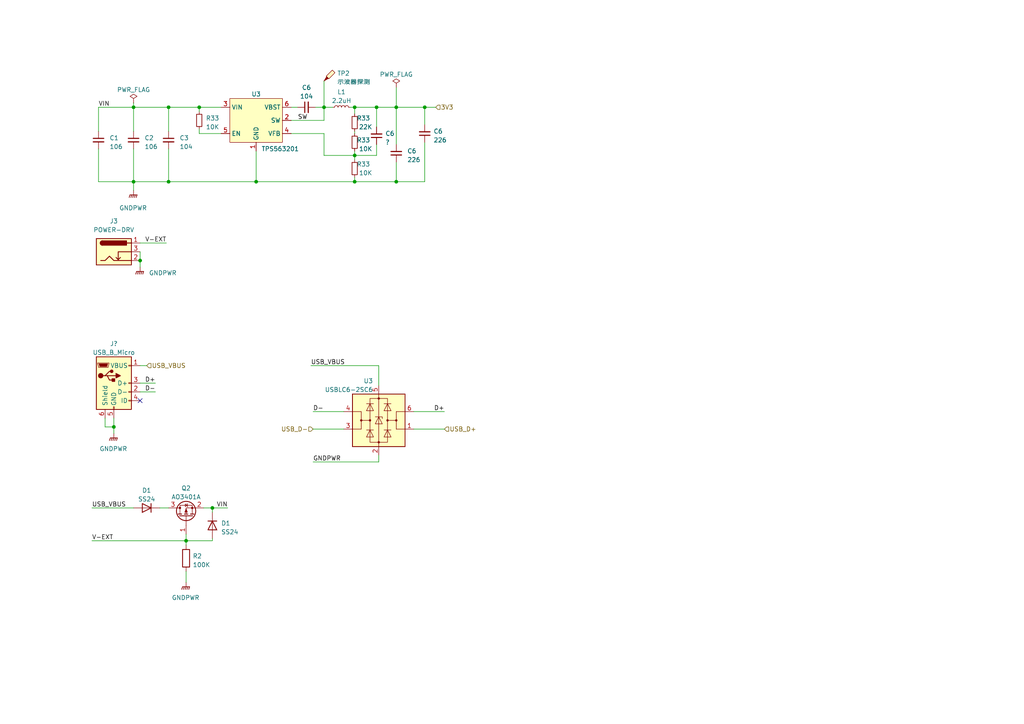
<source format=kicad_sch>
(kicad_sch (version 20230121) (generator eeschema)
  (paper "A4")
  (title_block (title "电源降压部分"))
  (lib_symbols
    (symbol "Connector:Barrel_Jack_Switch" (pin_names hide)
      (property "Reference" "J" (at 0 5.334 0))
      (property "Value" "Barrel_Jack_Switch" (at 0 -5.08 0))
      (symbol "Barrel_Jack_Switch_0_1"
        (rectangle (start -5.08 3.81) (end 5.08 -3.81) (stroke (width 0.254)) (fill (type background)))
        (arc (start -3.302 3.175) (mid -3.9343 2.54) (end -3.302 1.905) (stroke (width 0.254)))
        (arc (start -3.302 3.175) (mid -3.9343 2.54) (end -3.302 1.905) (stroke (width 0.254)) (fill (type outline)))
        (polyline (pts (xy 1.27 -2.286) (xy 1.905 -1.651)) (stroke (width 0.254)))
        (polyline (pts (xy 5.08 2.54) (xy 3.81 2.54)) (stroke (width 0.254)))
        (polyline (pts (xy 5.08 0) (xy 1.27 0) (xy 1.27 -2.286) (xy 0.635 -1.651)) (stroke (width 0.254)))
        (polyline (pts (xy -3.81 -2.54) (xy -2.54 -2.54) (xy -1.27 -1.27) (xy 0 -2.54) (xy 2.54 -2.54) (xy 5.08 -2.54)) (stroke (width 0.254)))
        (rectangle (start 3.683 3.175) (end -3.302 1.905) (stroke (width 0.254)) (fill (type outline)))
      )
      (symbol "Barrel_Jack_Switch_1_1"
        (pin passive line (at 7.62 2.54 180) (length 2.54) (name "~") (number "1"))
        (pin passive line (at 7.62 -2.54 180) (length 2.54) (name "~") (number "2"))
        (pin passive line (at 7.62 0 180) (length 2.54) (name "~") (number "3"))
      )
    )
    (symbol "Connector:TestPoint_Probe" (pin_numbers hide) (pin_names (offset 0.762) hide)
      (property "Reference" "TP" (at 1.651 5.842 0))
      (property "Value" "TestPoint_Probe" (at 1.651 4.064 0))
      (symbol "TestPoint_Probe_0_1"
        (polyline (pts (xy 1.27 0.762) (xy 0 0) (xy 0.762 1.27) (xy 1.27 0.762)) (fill (type outline)))
        (polyline (pts (xy 1.397 0.635) (xy 0.635 1.397) (xy 2.413 3.175) (xy 3.175 2.413) (xy 1.397 0.635)) (fill (type background)))
      )
      (symbol "TestPoint_Probe_1_1"
        (pin passive line (at 0 0 90) (length 0) (name "1") (number "1"))
      )
    )
    (symbol "Connector:USB_B_Micro" (pin_names (offset 1.016))
      (property "Reference" "J" (at -5.08 11.43 0))
      (property "Value" "USB_B_Micro" (at -5.08 8.89 0))
      (symbol "USB_B_Micro_0_1"
        (rectangle (start -5.08 -7.62) (end 5.08 7.62) (stroke (width 0.254)) (fill (type background)))
        (circle (center -3.81 2.159) (radius 0.635) (stroke (width 0.254)) (fill (type outline)))
        (circle (center -0.635 3.429) (radius 0.381) (stroke (width 0.254)) (fill (type outline)))
        (rectangle (start -0.127 -7.62) (end 0.127 -6.858))
        (polyline (pts (xy -1.905 2.159) (xy 0.635 2.159)) (stroke (width 0.254)))
        (polyline (pts (xy -3.175 2.159) (xy -2.54 2.159) (xy -1.27 3.429) (xy -0.635 3.429)) (stroke (width 0.254)))
        (polyline (pts (xy -2.54 2.159) (xy -1.905 2.159) (xy -1.27 0.889) (xy 0 0.889)) (stroke (width 0.254)))
        (polyline (pts (xy 0.635 2.794) (xy 0.635 1.524) (xy 1.905 2.159) (xy 0.635 2.794)) (stroke (width 0.254)) (fill (type outline)))
        (polyline (pts (xy -4.318 5.588) (xy -1.778 5.588) (xy -2.032 4.826) (xy -4.064 4.826) (xy -4.318 5.588)) (fill (type outline)))
        (polyline (pts (xy -4.699 5.842) (xy -4.699 5.588) (xy -4.445 4.826) (xy -4.445 4.572) (xy -1.651 4.572) (xy -1.651 4.826) (xy -1.397 5.588) (xy -1.397 5.842) (xy -4.699 5.842)))
        (rectangle (start 0.254 1.27) (end -0.508 0.508) (stroke (width 0.254)) (fill (type outline)))
        (rectangle (start 5.08 -5.207) (end 4.318 -4.953))
        (rectangle (start 5.08 -2.667) (end 4.318 -2.413))
        (rectangle (start 5.08 -0.127) (end 4.318 0.127))
        (rectangle (start 5.08 4.953) (end 4.318 5.207))
      )
      (symbol "USB_B_Micro_1_1"
        (pin power_out line (at 7.62 5.08 180) (length 2.54) (name "VBUS") (number "1"))
        (pin bidirectional line (at 7.62 -2.54 180) (length 2.54) (name "D-") (number "2"))
        (pin bidirectional line (at 7.62 0 180) (length 2.54) (name "D+") (number "3"))
        (pin passive line (at 7.62 -5.08 180) (length 2.54) (name "ID") (number "4"))
        (pin power_out line (at 0 -10.16 90) (length 2.54) (name "GND") (number "5"))
        (pin passive line (at -2.54 -10.16 90) (length 2.54) (name "Shield") (number "6"))
      )
    )
    (symbol "Device:C_Small" (pin_numbers hide) (pin_names (offset 0.254) hide)
      (property "Reference" "C" (at 0.254 1.778 0))
      (property "Value" "C_Small" (at 0.254 -2.032 0))
      (symbol "C_Small_0_1"
        (polyline (pts (xy -1.524 -0.508) (xy 1.524 -0.508)) (stroke (width 0.3302)))
        (polyline (pts (xy -1.524 0.508) (xy 1.524 0.508)) (stroke (width 0.3048)))
      )
      (symbol "C_Small_1_1"
        (pin passive line (at 0 2.54 270) (length 2.032) (name "~") (number "1"))
        (pin passive line (at 0 -2.54 90) (length 2.032) (name "~") (number "2"))
      )
    )
    (symbol "Device:L_Small" (pin_numbers hide) (pin_names (offset 0.254) hide)
      (property "Reference" "L" (at 0.762 1.016 0))
      (property "Value" "L_Small" (at 0.762 -1.016 0))
      (symbol "L_Small_0_1"
        (arc (start 0 -2.032) (mid 0.5058 -1.524) (end 0 -1.016))
        (arc (start 0 -1.016) (mid 0.5058 -0.508) (end 0 0))
        (arc (start 0 0) (mid 0.5058 0.508) (end 0 1.016))
        (arc (start 0 1.016) (mid 0.5058 1.524) (end 0 2.032))
      )
      (symbol "L_Small_1_1"
        (pin passive line (at 0 2.54 270) (length 0.508) (name "~") (number "1"))
        (pin passive line (at 0 -2.54 90) (length 0.508) (name "~") (number "2"))
      )
    )
    (symbol "Device:R" (pin_numbers hide) (pin_names (offset 0))
      (property "Reference" "R" (at 2.032 0 90))
      (property "Value" "R" (at 0 0 90))
      (symbol "R_0_1"
        (rectangle (start -1.016 -2.54) (end 1.016 2.54) (stroke (width 0.254)))
      )
      (symbol "R_1_1"
        (pin passive line (at 0 3.81 270) (length 1.27) (name "~") (number "1"))
        (pin passive line (at 0 -3.81 90) (length 1.27) (name "~") (number "2"))
      )
    )
    (symbol "Device:R_Small" (pin_numbers hide) (pin_names (offset 0.254) hide)
      (property "Reference" "R" (at 0.762 0.508 0))
      (property "Value" "R_Small" (at 0.762 -1.016 0))
      (symbol "R_Small_0_1"
        (rectangle (start -0.762 1.778) (end 0.762 -1.778) (stroke (width 0.2032)))
      )
      (symbol "R_Small_1_1"
        (pin passive line (at 0 2.54 270) (length 0.762) (name "~") (number "1"))
        (pin passive line (at 0 -2.54 90) (length 0.762) (name "~") (number "2"))
      )
    )
    (symbol "Diode:US1M" (pin_numbers hide) (pin_names hide)
      (property "Reference" "D" (at 0 2.54 0))
      (property "Value" "US1M" (at 0 -2.54 0))
      (symbol "US1M_0_1"
        (polyline (pts (xy -1.27 1.27) (xy -1.27 -1.27)) (stroke (width 0.254)))
        (polyline (pts (xy 1.27 0) (xy -1.27 0)))
        (polyline (pts (xy 1.27 1.27) (xy 1.27 -1.27) (xy -1.27 0) (xy 1.27 1.27)) (stroke (width 0.254)))
      )
      (symbol "US1M_1_1"
        (pin passive line (at -3.81 0 0) (length 2.54) (name "K") (number "1"))
        (pin passive line (at 3.81 0 180) (length 2.54) (name "A") (number "2"))
      )
    )
    (symbol "LwModule:TPS563201"
      (property "Reference" "U" (at -6.985 7.62 0))
      (symbol "TPS563201_1_1"
        (rectangle (start -7.62 6.35) (end 7.62 -6.35) (fill (type background)))
        (pin power_in line (at 0 -8.89 90) (length 2.54) (name "GND") (number "1"))
        (pin power_out line (at 10.16 0 180) (length 2.54) (name "SW") (number "2"))
        (pin power_in line (at -10.16 3.81 0) (length 2.54) (name "VIN") (number "3"))
        (pin input line (at 10.16 -3.81 180) (length 2.54) (name "VFB") (number "4"))
        (pin input line (at -10.16 -3.81 0) (length 2.54) (name "EN") (number "5"))
        (pin passive line (at 10.16 3.81 180) (length 2.54) (name "VBST") (number "6"))
      )
    )
    (symbol "Power_Protection:USBLC6-2SC6" (pin_names hide)
      (property "Reference" "U" (at 2.54 8.89 0))
      (property "Value" "USBLC6-2SC6" (at 2.54 -8.89 0))
      (symbol "USBLC6-2SC6_0_1"
        (rectangle (start -7.62 -7.62) (end 7.62 7.62) (stroke (width 0.254)) (fill (type background)))
        (circle (center -5.08 0) (radius 0.254) (fill (type outline)))
        (circle (center -2.54 0) (radius 0.254) (fill (type outline)))
        (rectangle (start -2.54 6.35) (end 2.54 -6.35))
        (circle (center 0 -6.35) (radius 0.254) (fill (type outline)))
        (polyline (pts (xy -5.08 -2.54) (xy -7.62 -2.54)))
        (polyline (pts (xy -5.08 0) (xy -5.08 -2.54)))
        (polyline (pts (xy -5.08 2.54) (xy -7.62 2.54)))
        (polyline (pts (xy -1.524 -2.794) (xy -3.556 -2.794)))
        (polyline (pts (xy -1.524 4.826) (xy -3.556 4.826)))
        (polyline (pts (xy 0 -7.62) (xy 0 -6.35)))
        (polyline (pts (xy 0 -6.35) (xy 0 1.27)))
        (polyline (pts (xy 0 1.27) (xy 0 6.35)))
        (polyline (pts (xy 0 6.35) (xy 0 7.62)))
        (polyline (pts (xy 1.524 -2.794) (xy 3.556 -2.794)))
        (polyline (pts (xy 1.524 4.826) (xy 3.556 4.826)))
        (polyline (pts (xy 5.08 -2.54) (xy 7.62 -2.54)))
        (polyline (pts (xy 5.08 0) (xy 5.08 -2.54)))
        (polyline (pts (xy 5.08 2.54) (xy 7.62 2.54)))
        (polyline (pts (xy -2.54 0) (xy -5.08 0) (xy -5.08 2.54)))
        (polyline (pts (xy 2.54 0) (xy 5.08 0) (xy 5.08 2.54)))
        (polyline (pts (xy -3.556 -4.826) (xy -1.524 -4.826) (xy -2.54 -2.794) (xy -3.556 -4.826)))
        (polyline (pts (xy -3.556 2.794) (xy -1.524 2.794) (xy -2.54 4.826) (xy -3.556 2.794)))
        (polyline (pts (xy -1.016 -1.016) (xy 1.016 -1.016) (xy 0 1.016) (xy -1.016 -1.016)))
        (polyline (pts (xy 1.016 1.016) (xy 0.762 1.016) (xy -1.016 1.016) (xy -1.016 0.508)))
        (polyline (pts (xy 3.556 -4.826) (xy 1.524 -4.826) (xy 2.54 -2.794) (xy 3.556 -4.826)))
        (polyline (pts (xy 3.556 2.794) (xy 1.524 2.794) (xy 2.54 4.826) (xy 3.556 2.794)))
        (circle (center 0 6.35) (radius 0.254) (fill (type outline)))
        (circle (center 2.54 0) (radius 0.254) (fill (type outline)))
        (circle (center 5.08 0) (radius 0.254) (fill (type outline)))
      )
      (symbol "USBLC6-2SC6_1_1"
        (pin passive line (at -10.16 -2.54 0) (length 2.54) (name "I/O1") (number "1"))
        (pin passive line (at 0 -10.16 90) (length 2.54) (name "GND") (number "2"))
        (pin passive line (at 10.16 -2.54 180) (length 2.54) (name "I/O2") (number "3"))
        (pin passive line (at 10.16 2.54 180) (length 2.54) (name "I/O2") (number "4"))
        (pin passive line (at 0 10.16 270) (length 2.54) (name "VBUS") (number "5"))
        (pin passive line (at -10.16 2.54 0) (length 2.54) (name "I/O1") (number "6"))
      )
    )
    (symbol "Transistor_FET:AO3401A" (pin_names hide)
      (property "Reference" "Q" (at 5.08 1.905 0))
      (property "Value" "AO3401A" (at 5.08 0 0))
      (symbol "AO3401A_0_1"
        (polyline (pts (xy 0.254 0) (xy -2.54 0)))
        (polyline (pts (xy 0.254 1.905) (xy 0.254 -1.905)) (stroke (width 0.254)))
        (polyline (pts (xy 0.762 -1.27) (xy 0.762 -2.286)) (stroke (width 0.254)))
        (polyline (pts (xy 0.762 0.508) (xy 0.762 -0.508)) (stroke (width 0.254)))
        (polyline (pts (xy 0.762 2.286) (xy 0.762 1.27)) (stroke (width 0.254)))
        (polyline (pts (xy 2.54 2.54) (xy 2.54 1.778)))
        (polyline (pts (xy 2.54 -2.54) (xy 2.54 0) (xy 0.762 0)))
        (polyline (pts (xy 0.762 1.778) (xy 3.302 1.778) (xy 3.302 -1.778) (xy 0.762 -1.778)))
        (polyline (pts (xy 2.286 0) (xy 1.27 0.381) (xy 1.27 -0.381) (xy 2.286 0)) (fill (type outline)))
        (polyline (pts (xy 2.794 -0.508) (xy 2.921 -0.381) (xy 3.683 -0.381) (xy 3.81 -0.254)))
        (polyline (pts (xy 3.302 -0.381) (xy 2.921 0.254) (xy 3.683 0.254) (xy 3.302 -0.381)))
        (circle (center 1.651 0) (radius 2.794) (stroke (width 0.254)))
        (circle (center 2.54 -1.778) (radius 0.254) (fill (type outline)))
        (circle (center 2.54 1.778) (radius 0.254) (fill (type outline)))
      )
      (symbol "AO3401A_1_1"
        (pin input line (at -5.08 0 0) (length 2.54) (name "G") (number "1"))
        (pin passive line (at 2.54 -5.08 90) (length 2.54) (name "S") (number "2"))
        (pin passive line (at 2.54 5.08 270) (length 2.54) (name "D") (number "3"))
      )
    )
    (symbol "power:GNDPWR" (power) (pin_names (offset 0))
      (property "Value" "GNDPWR" (at 0 -3.302 0))
      (symbol "GNDPWR_0_1"
        (polyline (pts (xy 0 -1.27) (xy 0 0)))
        (polyline (pts (xy -1.016 -1.27) (xy -1.27 -2.032) (xy -1.27 -2.032)) (stroke (width 0.2032)))
        (polyline (pts (xy -0.508 -1.27) (xy -0.762 -2.032) (xy -0.762 -2.032)) (stroke (width 0.2032)))
        (polyline (pts (xy 0 -1.27) (xy -0.254 -2.032) (xy -0.254 -2.032)) (stroke (width 0.2032)))
        (polyline (pts (xy 0.508 -1.27) (xy 0.254 -2.032) (xy 0.254 -2.032)) (stroke (width 0.2032)))
        (polyline (pts (xy 1.016 -1.27) (xy -1.016 -1.27) (xy -1.016 -1.27)) (stroke (width 0.2032)))
        (polyline (pts (xy 1.016 -1.27) (xy 0.762 -2.032) (xy 0.762 -2.032) (xy 0.762 -2.032)) (stroke (width 0.2032)))
      )
      (symbol "GNDPWR_1_1"
        (pin power_in line (at 0 0 270) (length 0) hide (name "GNDPWR") (number "1"))
      )
    )
    (symbol "power:PWR_FLAG" (power) (pin_numbers hide) (pin_names (offset 0) hide)
      (property "Value" "PWR_FLAG" (at 0 3.81 0))
      (symbol "PWR_FLAG_0_0"
        (pin power_out line (at 0 0 90) (length 0) (name "pwr") (number "1"))
      )
      (symbol "PWR_FLAG_0_1"
        (polyline (pts (xy 0 0) (xy 0 1.27) (xy -1.016 1.905) (xy 0 2.54) (xy 1.016 1.905) (xy 0 1.27)))
      )
    )
  )
  (junction (at 102.87 45.085))
  (junction (at 57.785 31.115))
  (junction (at 74.295 52.705))
  (junction (at 61.595 147.32))
  (junction (at 33.02 123.825))
  (junction (at 109.22 31.115))
  (junction (at 48.895 52.705))
  (junction (at 53.975 156.845))
  (junction (at 102.87 52.705))
  (junction (at 38.735 52.705))
  (junction (at 123.19 31.115))
  (junction (at 114.935 52.705))
  (junction (at 40.64 75.565))
  (junction (at 48.895 31.115))
  (junction (at 102.87 31.115))
  (junction (at 93.98 31.115))
  (junction (at 38.735 31.115))
  (junction (at 114.935 31.115))
  (no_connect (at 40.64 116.205))
  (wire (pts (xy 38.735 52.705) (xy 38.735 43.18)))
  (wire (pts (xy 57.785 31.115) (xy 57.785 32.385)))
  (wire (pts (xy 33.02 125.73) (xy 33.02 123.825)))
  (wire (pts (xy 57.785 38.735) (xy 64.135 38.735)))
  (wire (pts (xy 26.67 156.845) (xy 53.975 156.845)))
  (wire (pts (xy 46.355 147.32) (xy 48.895 147.32)))
  (wire (pts (xy 90.17 106.045) (xy 109.855 106.045)))
  (wire (pts (xy 38.735 31.115) (xy 38.735 38.1)))
  (wire (pts (xy 123.19 41.275) (xy 123.19 52.705)))
  (wire (pts (xy 114.935 52.705) (xy 123.19 52.705)))
  (wire (pts (xy 84.455 38.735) (xy 93.98 38.735)))
  (wire (pts (xy 42.545 106.045) (xy 40.64 106.045)))
  (wire (pts (xy 123.19 36.195) (xy 123.19 31.115)))
  (wire (pts (xy 53.975 154.94) (xy 53.975 156.845)))
  (wire (pts (xy 102.87 31.115) (xy 102.87 33.02)))
  (wire (pts (xy 93.98 45.085) (xy 102.87 45.085)))
  (wire (pts (xy 109.22 31.115) (xy 109.22 36.83)))
  (wire (pts (xy 38.735 55.245) (xy 38.735 52.705)))
  (wire (pts (xy 48.895 43.18) (xy 48.895 52.705)))
  (wire (pts (xy 93.98 38.735) (xy 93.98 45.085)))
  (wire (pts (xy 128.905 124.46) (xy 120.015 124.46)))
  (wire (pts (xy 53.975 165.735) (xy 53.975 168.91)))
  (wire (pts (xy 66.04 147.32) (xy 61.595 147.32)))
  (wire (pts (xy 109.855 106.045) (xy 109.855 111.76)))
  (wire (pts (xy 28.575 43.18) (xy 28.575 52.705)))
  (wire (pts (xy 93.98 31.115) (xy 96.52 31.115)))
  (wire (pts (xy 102.87 45.085) (xy 102.87 43.815)))
  (wire (pts (xy 99.695 124.46) (xy 90.805 124.46)))
  (wire (pts (xy 114.935 31.115) (xy 123.19 31.115)))
  (wire (pts (xy 48.895 31.115) (xy 48.895 38.1)))
  (wire (pts (xy 102.87 52.705) (xy 114.935 52.705)))
  (wire (pts (xy 93.98 23.495) (xy 93.98 31.115)))
  (wire (pts (xy 48.895 31.115) (xy 57.785 31.115)))
  (wire (pts (xy 84.455 34.925) (xy 93.98 34.925)))
  (wire (pts (xy 74.295 52.705) (xy 102.87 52.705)))
  (wire (pts (xy 28.575 31.115) (xy 38.735 31.115)))
  (wire (pts (xy 93.98 31.115) (xy 91.44 31.115)))
  (wire (pts (xy 28.575 52.705) (xy 38.735 52.705)))
  (wire (pts (xy 74.295 52.705) (xy 48.895 52.705)))
  (wire (pts (xy 48.895 52.705) (xy 38.735 52.705)))
  (wire (pts (xy 102.87 38.1) (xy 102.87 38.735)))
  (wire (pts (xy 40.64 111.125) (xy 45.085 111.125)))
  (wire (pts (xy 40.64 77.47) (xy 40.64 75.565)))
  (wire (pts (xy 109.22 41.91) (xy 109.22 45.085)))
  (wire (pts (xy 109.22 45.085) (xy 102.87 45.085)))
  (wire (pts (xy 101.6 31.115) (xy 102.87 31.115)))
  (wire (pts (xy 30.48 121.285) (xy 30.48 123.825)))
  (wire (pts (xy 93.98 34.925) (xy 93.98 31.115)))
  (wire (pts (xy 57.785 37.465) (xy 57.785 38.735)))
  (wire (pts (xy 102.87 45.085) (xy 102.87 46.355)))
  (wire (pts (xy 38.735 147.32) (xy 26.67 147.32)))
  (wire (pts (xy 90.805 119.38) (xy 99.695 119.38)))
  (wire (pts (xy 61.595 147.32) (xy 61.595 148.59)))
  (wire (pts (xy 114.935 31.115) (xy 114.935 41.91)))
  (wire (pts (xy 84.455 31.115) (xy 86.36 31.115)))
  (wire (pts (xy 53.975 156.845) (xy 53.975 158.115)))
  (wire (pts (xy 120.015 119.38) (xy 128.905 119.38)))
  (wire (pts (xy 74.295 43.815) (xy 74.295 52.705)))
  (wire (pts (xy 114.935 31.115) (xy 114.935 25.4)))
  (wire (pts (xy 90.805 133.985) (xy 109.855 133.985)))
  (wire (pts (xy 30.48 123.825) (xy 33.02 123.825)))
  (wire (pts (xy 109.855 133.985) (xy 109.855 132.08)))
  (wire (pts (xy 102.87 51.435) (xy 102.87 52.705)))
  (wire (pts (xy 61.595 156.21) (xy 61.595 156.845)))
  (wire (pts (xy 48.26 70.485) (xy 40.64 70.485)))
  (wire (pts (xy 61.595 156.845) (xy 53.975 156.845)))
  (wire (pts (xy 40.64 73.025) (xy 40.64 75.565)))
  (wire (pts (xy 38.735 29.845) (xy 38.735 31.115)))
  (wire (pts (xy 109.22 31.115) (xy 114.935 31.115)))
  (wire (pts (xy 114.935 46.99) (xy 114.935 52.705)))
  (wire (pts (xy 102.87 31.115) (xy 109.22 31.115)))
  (wire (pts (xy 61.595 147.32) (xy 59.055 147.32)))
  (wire (pts (xy 28.575 31.115) (xy 28.575 38.1)))
  (wire (pts (xy 38.735 31.115) (xy 48.895 31.115)))
  (wire (pts (xy 33.02 123.825) (xy 33.02 121.285)))
  (wire (pts (xy 57.785 31.115) (xy 64.135 31.115)))
  (wire (pts (xy 40.64 113.665) (xy 45.085 113.665)))
  (wire (pts (xy 123.19 31.115) (xy 126.365 31.115)))
  (label "D-" (at 45.085 113.665 180))
  (label "D-" (at 90.805 119.38 0))
  (label "VIN" (at 28.575 31.115 0))
  (label "V-EXT" (at 48.26 70.485 180))
  (label "V-EXT" (at 26.67 156.845 0))
  (label "GNDPWR" (at 90.805 133.985 0))
  (label "USB_VBUS" (at 26.67 147.32 0))
  (label "SW" (at 86.36 34.925 0))
  (label "USB_VBUS" (at 90.17 106.045 0))
  (label "VIN" (at 66.04 147.32 180))
  (label "D+" (at 45.085 111.125 180))
  (label "D+" (at 128.905 119.38 180))
  (hierarchical_label "3V3" (shape input) (at 126.365 31.115 0))
  (hierarchical_label "USB_D-" (shape input) (at 90.805 124.46 180))
  (hierarchical_label "USB_VBUS" (shape input) (at 42.545 106.045 0))
  (hierarchical_label "USB_D+" (shape input) (at 128.905 124.46 0))
  (symbol (lib_id "Connector:TestPoint_Probe") (at 93.98 23.495 0) (unit 1)
    (property "Reference" "TP2" (at 97.79 21.2725 0) (effects (justify left)))
    (property "Value" "示波器探测" (at 97.79 23.8125 0) (effects (justify left)))
    (property "Footprint" "TestPoint:TestPoint_Pad_D1.0mm" (effects hide))
  )
  (symbol (lib_id "power:GNDPWR") (at 33.02 125.73 0) (unit 1)
    (property "Reference" "#PWR016" (effects hide))
    (property "Value" "GNDPWR" (at 32.893 130.175 0))
    (instances (project "usb-ctrl" (path "" (reference "#PWR016") (unit 1)) (path "" (reference "#PWR013") (unit 1))))
  )
  (symbol (lib_id "Device:C_Small") (at 38.735 40.64 0) (unit 1)
    (property "Reference" "C2" (at 41.91 40.0113 0) (effects (justify left)))
    (property "Value" "106" (at 41.91 42.5513 0) (effects (justify left)))
    (property "Footprint" "Capacitor_SMD:C_1206_3216Metric" (effects hide))
    (instances (project "led-micro" (path "" (reference "C2") (unit 1))) (project "rs485-micro" (path "" (reference "C2") (unit 1))) (project "swnodex1_485_relay" (path "" (reference "C3") (unit 1))) (project "usb-ctrl" (path "" (reference "C?") (unit 1)) (path "" (reference "C17") (unit 1))))
  )
  (symbol (lib_id "Power_Protection:USBLC6-2SC6") (at 109.855 121.92 0) (mirror y) (unit 1)
    (property "Reference" "U3" (at 108.2039 110.49 0) (effects (justify left)))
    (property "Value" "USBLC6-2SC6" (at 108.2039 113.03 0) (effects (justify left)))
    (property "Footprint" "Package_TO_SOT_SMD:SOT-23-6" (effects hide))
    (property "Datasheet" "https://www.st.com/resource/en/datasheet/usblc6-2.pdf" (effects hide))
    (instances (project "usb2ttl" (path "" (reference "U3") (unit 1))) (project "usb-ctrl" (path "" (reference "U?") (unit 1)) (path "" (reference "U4") (unit 1))) (project "ylctrl" (path "" (reference "U8") (unit 1))) (project "ylmoto" (path "" (reference "U16") (unit 1))))
  )
  (symbol (lib_id "power:GNDPWR") (at 53.975 168.91 0) (unit 1)
    (property "Reference" "#PWR016" (effects hide))
    (property "Value" "GNDPWR" (at 53.848 173.355 0))
  )
  (symbol (lib_id "Device:C_Small") (at 123.19 38.735 180) (unit 1)
    (property "Reference" "C6" (at 125.73 38.0936 0) (effects (justify right)))
    (property "Value" "226" (at 125.73 40.6336 0) (effects (justify right)))
    (property "Footprint" "Capacitor_SMD:C_0603_1608Metric" (effects hide))
    (instances (project "led-micro" (path "" (reference "C6") (unit 1))) (project "rs485-micro" (path "" (reference "C4") (unit 1))) (project "swnodex1_485_relay" (path "" (reference "C3") (unit 1))) (project "usb-ctrl" (path "" (reference "C?") (unit 1)) (path "" (reference "C22") (unit 1))))
  )
  (symbol (lib_id "Device:C_Small") (at 114.935 44.45 180) (unit 1)
    (property "Reference" "C6" (at 118.11 43.8086 0) (effects (justify right)))
    (property "Value" "226" (at 118.11 46.3486 0) (effects (justify right)))
    (property "Footprint" "Capacitor_SMD:C_0603_1608Metric" (effects hide))
    (instances (project "led-micro" (path "" (reference "C6") (unit 1))) (project "rs485-micro" (path "" (reference "C4") (unit 1))) (project "swnodex1_485_relay" (path "" (reference "C3") (unit 1))) (project "usb-ctrl" (path "" (reference "C?") (unit 1)) (path "" (reference "C21") (unit 1))))
  )
  (symbol (lib_id "Diode:US1M") (at 42.545 147.32 180) (unit 1)
    (property "Reference" "D1" (at 42.545 142.24 0))
    (property "Value" "SS24" (at 42.545 144.78 0))
    (property "Footprint" "Diode_SMD:D_SMA" (effects hide))
    (property "Datasheet" "https://www.diodes.com/assets/Datasheets/ds16008.pdf" (effects hide))
    (property "Sim.Device" "D" (effects hide))
    (property "Sim.Pins" "1=K 2=A" (effects hide))
    (instances (project "lwusbrelay2" (path "" (reference "D1") (unit 1))) (project "lwusbhub" (path "" (reference "D1") (unit 1))) (project "usb-ctrl" (path "" (reference "D2") (unit 1))))
  )
  (symbol (lib_id "Device:R_Small") (at 102.87 35.56 180) (unit 1)
    (property "Reference" "R33" (at 105.41 34.29 0))
    (property "Value" "22K" (at 106.045 36.83 0))
    (property "Footprint" "Resistor_SMD:R_0603_1608Metric" (effects hide))
    (instances (project "led-micro" (path "" (reference "R33") (unit 1))) (project "rs485-micro" (path "" (reference "R7") (unit 1))) (project "usb-ctrl" (path "" (reference "R?") (unit 1)) (path "" (reference "R14") (unit 1))))
  )
  (symbol (lib_id "power:GNDPWR") (at 40.64 77.47 0) (unit 1)
    (property "Reference" "#PWR03" (effects hide))
    (property "Value" "GNDPWR" (at 43.18 79.1718 0) (effects (justify left)))
    (instances (project "led-micro" (path "" (reference "#PWR03") (unit 1))) (project "usb-ctrl" (path "" (reference "#PWR02") (unit 1)) (path "" (reference "#PWR015") (unit 1))))
  )
  (symbol (lib_id "Device:L_Small") (at 99.06 31.115 90) (unit 1)
    (property "Reference" "L1" (at 99.06 26.67 90))
    (property "Value" "2.2uH" (at 99.06 29.21 90))
    (property "Footprint" "Inductor_SMD:L_Abracon_ASPI-0630LR" (effects hide))
    (instances (project "ec600mc" (path "" (reference "L1") (unit 1))) (project "usb-ctrl" (path "" (reference "L4") (unit 1))))
  )
  (symbol (lib_id "Device:R_Small") (at 102.87 48.895 180) (unit 1)
    (property "Reference" "R33" (at 105.41 47.625 0))
    (property "Value" "10K" (at 106.045 50.165 0))
    (property "Footprint" "Resistor_SMD:R_0603_1608Metric" (effects hide))
    (instances (project "led-micro" (path "" (reference "R33") (unit 1))) (project "rs485-micro" (path "" (reference "R7") (unit 1))) (project "usb-ctrl" (path "" (reference "R?") (unit 1)) (path "" (reference "R16") (unit 1))))
  )
  (symbol (lib_id "Device:C_Small") (at 88.9 31.115 90) (unit 1)
    (property "Reference" "C6" (at 88.9063 25.4 90))
    (property "Value" "104" (at 88.9063 27.94 90))
    (property "Footprint" "Capacitor_SMD:C_0603_1608Metric" (effects hide))
    (instances (project "led-micro" (path "" (reference "C6") (unit 1))) (project "rs485-micro" (path "" (reference "C4") (unit 1))) (project "swnodex1_485_relay" (path "" (reference "C3") (unit 1))) (project "usb-ctrl" (path "" (reference "C?") (unit 1)) (path "" (reference "C19") (unit 1))))
  )
  (symbol (lib_id "power:PWR_FLAG") (at 114.935 25.4 0) (unit 1)
    (property "Reference" "#FLG04" (effects hide))
    (property "Value" "PWR_FLAG" (at 114.935 21.59 0))
  )
  (symbol (lib_id "Connector:USB_B_Micro") (at 33.02 111.125 0) (unit 1)
    (property "Reference" "J?" (at 33.02 99.695 0))
    (property "Value" "USB_B_Micro" (at 33.02 102.235 0))
    (property "Footprint" "Connector_USB:USB_Micro-B_Amphenol_10118194_Horizontal" (effects hide))
    (instances (project "usb-ctrl" (path "" (reference "J?") (unit 1)) (path "" (reference "J?") (unit 1)) (path "" (reference "J4") (unit 1))))
  )
  (symbol (lib_id "Diode:US1M") (at 61.595 152.4 270) (unit 1)
    (property "Reference" "D1" (at 64.135 151.765 90) (effects (justify left)))
    (property "Value" "SS24" (at 64.135 154.305 90) (effects (justify left)))
    (property "Footprint" "Diode_SMD:D_SMA" (effects hide))
    (property "Datasheet" "https://www.diodes.com/assets/Datasheets/ds16008.pdf" (effects hide))
    (property "Sim.Device" "D" (effects hide))
    (property "Sim.Pins" "1=K 2=A" (effects hide))
    (instances (project "lwusbrelay2" (path "" (reference "D1") (unit 1))) (project "lwusbhub" (path "" (reference "D1") (unit 1))) (project "usb-ctrl" (path "" (reference "D3") (unit 1))))
  )
  (symbol (lib_id "LwModule:TPS563201") (at 74.295 34.925 0) (unit 1)
    (property "Reference" "U3" (at 74.295 27.305 0))
    (property "Value" "TPS563201" (at 81.28 43.18 0))
    (property "Footprint" "Package_TO_SOT_SMD:SOT-23-6" (effects hide))
  )
  (symbol (lib_id "power:PWR_FLAG") (at 38.735 29.845 0) (unit 1)
    (property "Reference" "#FLG01" (effects hide))
    (property "Value" "PWR_FLAG" (at 38.735 26.035 0))
    (instances (project "led-micro" (path "" (reference "#FLG01") (unit 1))) (project "rs485-micro" (path "" (reference "#FLG01") (unit 1))) (project "usb-ctrl" (path "" (reference "#FLG01") (unit 1)) (path "" (reference "#FLG03") (unit 1))))
  )
  (symbol (lib_id "Device:R_Small") (at 57.785 34.925 0) (unit 1)
    (property "Reference" "R33" (at 59.69 34.29 0) (effects (justify left)))
    (property "Value" "10K" (at 59.69 36.83 0) (effects (justify left)))
    (property "Footprint" "Resistor_SMD:R_0603_1608Metric" (effects hide))
    (instances (project "led-micro" (path "" (reference "R33") (unit 1))) (project "rs485-micro" (path "" (reference "R7") (unit 1))) (project "usb-ctrl" (path "" (reference "R?") (unit 1)) (path "" (reference "R13") (unit 1))))
  )
  (symbol (lib_id "Device:R_Small") (at 102.87 41.275 180) (unit 1)
    (property "Reference" "R33" (at 105.41 40.64 0))
    (property "Value" "10K" (at 106.045 43.18 0))
    (property "Footprint" "Resistor_SMD:R_0603_1608Metric" (effects hide))
    (instances (project "led-micro" (path "" (reference "R33") (unit 1))) (project "rs485-micro" (path "" (reference "R7") (unit 1))) (project "usb-ctrl" (path "" (reference "R?") (unit 1)) (path "" (reference "R15") (unit 1))))
  )
  (symbol (lib_id "power:GNDPWR") (at 38.735 55.245 0) (unit 1)
    (property "Reference" "#PWR014" (effects hide))
    (property "Value" "GNDPWR" (at 38.608 60.325 0))
  )
  (symbol (lib_id "Device:C_Small") (at 109.22 39.37 180) (unit 1)
    (property "Reference" "C6" (at 111.76 38.7286 0) (effects (justify right)))
    (property "Value" "?" (at 111.76 41.2686 0) (effects (justify right)))
    (property "Footprint" "Capacitor_SMD:C_0603_1608Metric" (effects hide))
    (instances (project "led-micro" (path "" (reference "C6") (unit 1))) (project "rs485-micro" (path "" (reference "C4") (unit 1))) (project "swnodex1_485_relay" (path "" (reference "C3") (unit 1))) (project "usb-ctrl" (path "" (reference "C?") (unit 1)) (path "" (reference "C20") (unit 1))))
  )
  (symbol (lib_id "Device:C_Small") (at 48.895 40.64 0) (unit 1)
    (property "Reference" "C3" (at 52.07 40.0113 0) (effects (justify left)))
    (property "Value" "104" (at 52.07 42.5513 0) (effects (justify left)))
    (property "Footprint" "Capacitor_SMD:C_0603_1608Metric" (effects hide))
    (instances (project "led-micro" (path "" (reference "C3") (unit 1))) (project "rs485-micro" (path "" (reference "C3") (unit 1))) (project "swnodex1_485_relay" (path "" (reference "C3") (unit 1))) (project "usb-ctrl" (path "" (reference "C?") (unit 1)) (path "" (reference "C18") (unit 1))))
  )
  (symbol (lib_id "Device:C_Small") (at 28.575 40.64 0) (unit 1)
    (property "Reference" "C1" (at 31.75 40.0113 0) (effects (justify left)))
    (property "Value" "106" (at 31.75 42.5513 0) (effects (justify left)))
    (property "Footprint" "Capacitor_SMD:C_1206_3216Metric" (effects hide))
    (instances (project "led-micro" (path "" (reference "C1") (unit 1))) (project "rs485-micro" (path "" (reference "C1") (unit 1))) (project "swnodex1_485_relay" (path "" (reference "C3") (unit 1))) (project "usb-ctrl" (path "" (reference "C?") (unit 1)) (path "" (reference "C16") (unit 1))))
  )
  (symbol (lib_id "Connector:Barrel_Jack_Switch") (at 33.02 73.025 0) (unit 1)
    (property "Reference" "J3" (at 33.02 64.135 0))
    (property "Value" "POWER-DRV" (at 33.02 66.675 0))
    (property "Footprint" "Connector_BarrelJack:BarrelJack_Wuerth_6941xx301002" (effects hide))
    (instances (project "usb-ctrl" (path "" (reference "J3") (unit 1))) (project "lwsmartctrl" (path "" (reference "J8") (unit 1))))
  )
  (symbol (lib_id "Transistor_FET:AO3401A") (at 53.975 149.86 90) (unit 1)
    (property "Reference" "Q2" (at 53.975 141.605 90))
    (property "Value" "AO3401A" (at 53.975 144.145 90))
    (property "Footprint" "Package_TO_SOT_SMD:SOT-23" (effects hide))
    (property "Datasheet" "http://www.aosmd.com/pdfs/datasheet/AO3401A.pdf" (effects hide))
    (instances (project "usb-ctrl" (path "" (reference "Q2") (unit 1)) (path "" (reference "Q4") (unit 1))))
  )
  (symbol (lib_id "Device:R") (at 53.975 161.925 0) (unit 1)
    (property "Reference" "R2" (at 55.88 161.29 0) (effects (justify left)))
    (property "Value" "100K" (at 55.88 163.83 0) (effects (justify left)))
    (property "Footprint" "Resistor_SMD:R_0603_1608Metric" (effects hide))
    (instances (project "lwusbrelay2" (path "" (reference "R2") (unit 1))) (project "usbhub" (path "" (reference "R8") (unit 1))) (project "lwusbhub" (path "" (reference "R10") (unit 1))) (project "usb-ctrl" (path "" (reference "R3") (unit 1)) (path "" (reference "R12") (unit 1))))
  )
)
</source>
